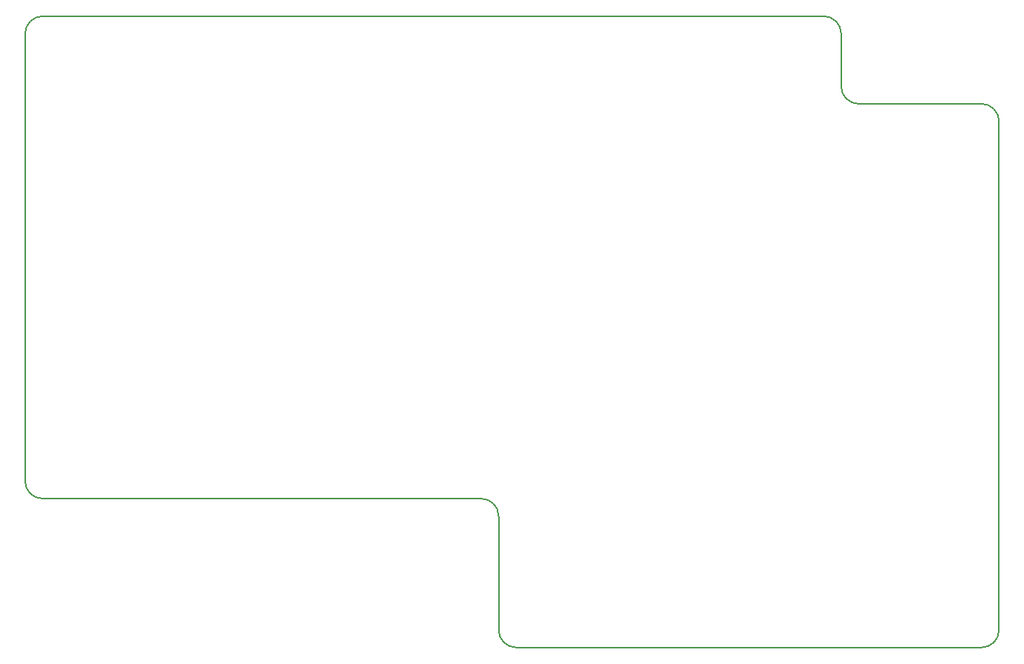
<source format=gbr>
%TF.GenerationSoftware,KiCad,Pcbnew,(6.0.7)*%
%TF.CreationDate,2022-08-24T19:26:19+02:00*%
%TF.ProjectId,leko_pona,6c656b6f-5f70-46f6-9e61-2e6b69636164,v1.0.0*%
%TF.SameCoordinates,Original*%
%TF.FileFunction,Profile,NP*%
%FSLAX46Y46*%
G04 Gerber Fmt 4.6, Leading zero omitted, Abs format (unit mm)*
G04 Created by KiCad (PCBNEW (6.0.7)) date 2022-08-24 19:26:19*
%MOMM*%
%LPD*%
G01*
G04 APERTURE LIST*
%TA.AperFunction,Profile*%
%ADD10C,0.150000*%
%TD*%
G04 APERTURE END LIST*
D10*
X43475000Y-25525000D02*
X43475000Y-12525000D01*
X100525000Y-25525000D02*
X100525000Y32525000D01*
X82525000Y42525000D02*
X82525000Y36525000D01*
X43475000Y-12525000D02*
G75*
G03*
X41475000Y-10525000I-2000000J0D01*
G01*
X82525000Y42525000D02*
G75*
G03*
X80525000Y44525000I-2000000J0D01*
G01*
X-10525000Y-8525000D02*
X-10525000Y42525000D01*
X-8525000Y44525000D02*
G75*
G03*
X-10525000Y42525000I-1J-1999999D01*
G01*
X43475000Y-25525000D02*
G75*
G03*
X45475000Y-27525000I2000000J0D01*
G01*
X82525000Y36525000D02*
G75*
G03*
X84525000Y34525000I2000000J0D01*
G01*
X45475000Y-27525000D02*
X98525000Y-27525000D01*
X100525000Y32525000D02*
G75*
G03*
X98525000Y34525000I-2000000J0D01*
G01*
X84525000Y34525000D02*
X98525000Y34525000D01*
X-8525000Y-10525000D02*
X41475000Y-10525000D01*
X-8525000Y44525000D02*
X80525000Y44525000D01*
X-10525000Y-8525000D02*
G75*
G03*
X-8525000Y-10525000I1999999J-1D01*
G01*
X98525000Y-27525000D02*
G75*
G03*
X100525000Y-25525000I0J2000000D01*
G01*
M02*

</source>
